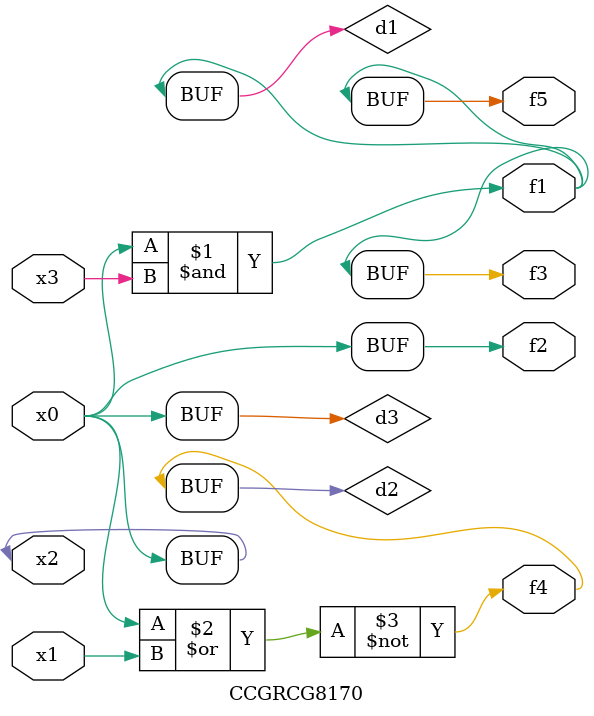
<source format=v>
module CCGRCG8170(
	input x0, x1, x2, x3,
	output f1, f2, f3, f4, f5
);

	wire d1, d2, d3;

	and (d1, x2, x3);
	nor (d2, x0, x1);
	buf (d3, x0, x2);
	assign f1 = d1;
	assign f2 = d3;
	assign f3 = d1;
	assign f4 = d2;
	assign f5 = d1;
endmodule

</source>
